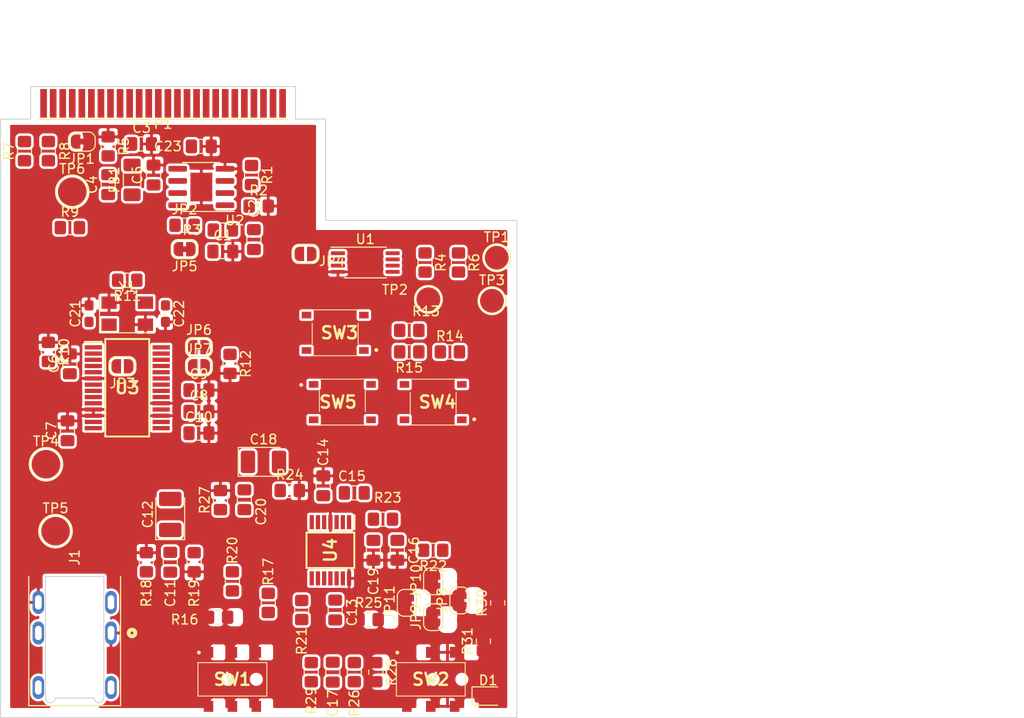
<source format=kicad_pcb>
(kicad_pcb (version 20171130) (host pcbnew "(5.1.7)-1")
  (layers (0 F.Cu signal) (1 In1.Cu signal) (2 In2.Cu signal hide) (31 B.Cu signal) (34 B.Paste user) (35 F.Paste user hide) (36 B.SilkS user) (37 F.SilkS user hide) (38 B.Mask user) (39 F.Mask user hide) (44 Edge.Cuts user))
  (net 0 "")
  (net 1 GNDA)
  (net 2 +3V3)
  (net 3 "Net-(C2-Pad2)")
  (net 4 /3V3_PC)
  (net 5 "Net-(C4-Pad2)")
  (net 6 "Net-(C4-Pad1)")
  (net 7 VDD)
  (net 8 "Net-(C8-Pad1)")
  (net 9 /dac_left)
  (net 10 "Net-(C11-Pad1)")
  (net 11 "Net-(C12-Pad2)")
  (net 12 /HPL)
  (net 13 "Net-(C13-Pad2)")
  (net 14 "Net-(C14-Pad2)")
  (net 15 "Net-(C15-Pad1)")
  (net 16 "Net-(C15-Pad2)")
  (net 17 "Net-(C17-Pad2)")
  (net 18 /HPR)
  (net 19 /dac_right)
  (net 20 "Net-(C18-Pad2)")
  (net 21 "Net-(C20-Pad1)")
  (net 22 "Net-(C21-Pad1)")
  (net 23 "Net-(C22-Pad1)")
  (net 24 "Net-(C23-Pad1)")
  (net 25 "Net-(J1-Pad4)")
  (net 26 "Net-(JP1-Pad2)")
  (net 27 "Net-(JP3-Pad2)")
  (net 28 "Net-(JP4-Pad1)")
  (net 29 "Net-(JP6-Pad2)")
  (net 30 "Net-(JP7-Pad2)")
  (net 31 /dac_sus)
  (net 32 "Net-(JP8-Pad1)")
  (net 33 "Net-(JP9-Pad1)")
  (net 34 "Net-(JP10-Pad1)")
  (net 35 /amp_mute_l)
  (net 36 /amp_mute_r)
  (net 37 "Net-(P1-Pad2)")
  (net 38 "Net-(P1-Pad3)")
  (net 39 "Net-(P1-Pad5)")
  (net 40 "Net-(P1-Pad6)")
  (net 41 "Net-(P1-Pad7)")
  (net 42 "Net-(P1-Pad8)")
  (net 43 "Net-(P1-Pad9)")
  (net 44 "Net-(P1-Pad10)")
  (net 45 "Net-(P1-Pad11)")
  (net 46 "Net-(P1-Pad12)")
  (net 47 "Net-(P1-Pad13)")
  (net 48 "Net-(P1-Pad16)")
  (net 49 "Net-(P1-Pad18)")
  (net 50 "Net-(P1-Pad19)")
  (net 51 "Net-(P1-Pad21)")
  (net 52 "Net-(P1-Pad22)")
  (net 53 "Net-(P1-Pad24)")
  (net 54 "Net-(P1-Pad25)")
  (net 55 "Net-(R1-Pad1)")
  (net 56 /SDA)
  (net 57 /SCL)
  (net 58 /D-)
  (net 59 /D+)
  (net 60 "Net-(R13-Pad2)")
  (net 61 "Net-(R14-Pad2)")
  (net 62 "Net-(R15-Pad2)")
  (net 63 "Net-(R16-Pad2)")
  (net 64 "Net-(R17-Pad2)")
  (net 65 "Net-(R28-Pad2)")
  (net 66 "Net-(R29-Pad2)")
  (net 67 "Net-(SW2-Pad4)")
  (net 68 "Net-(SW2-Pad1)")
  (net 69 "Net-(SW3-Pad2)")
  (net 70 "Net-(SW4-Pad2)")
  (net 71 "Net-(SW5-Pad1)")
  (net 72 /SPDIF)
  (net 73 "Net-(U1-Pad1)")
  (net 74 "Net-(U1-Pad2)")
  (net 75 "Net-(U1-Pad3)")
  (net 76 "Net-(U1-Pad7)")
  (net 77 "Net-(D1-Pad2)")
  (module MYLIB:generic_expresscard (layer F.Cu) (at 59.5 39.5)
    (fp_text reference P1 (at 0 2.15) (layer F.SilkS))
    (fp_text value Express_Card)
    (pad 26 smd rect (at 12.5 0) (size 0.7 3) (layers F.Cu F.Paste F.Mask) (net 1 GNDA))
    (pad 25 smd rect (at 11.5 0) (size 0.7 3) (layers F.Cu F.Paste F.Mask) (net 54 "Net-(P1-Pad25)"))
    (pad 24 smd rect (at 10.5 0) (size 0.7 3) (layers F.Cu F.Paste F.Mask) (net 53 "Net-(P1-Pad24)"))
    (pad 23 smd rect (at 9.5 0) (size 0.7 3) (layers F.Cu F.Paste F.Mask) (net 1 GNDA))
    (pad 22 smd rect (at 8.5 0) (size 0.7 3) (layers F.Cu F.Paste F.Mask) (net 52 "Net-(P1-Pad22)"))
    (pad 21 smd rect (at 7.5 0) (size 0.7 3) (layers F.Cu F.Paste F.Mask) (net 51 "Net-(P1-Pad21)"))
    (pad 20 smd rect (at 6.5 0) (size 0.7 3) (layers F.Cu F.Paste F.Mask) (net 1 GNDA))
    (pad 19 smd rect (at 5.5 0) (size 0.7 3) (layers F.Cu F.Paste F.Mask) (net 50 "Net-(P1-Pad19)"))
    (pad 18 smd rect (at 4.5 0) (size 0.7 3) (layers F.Cu F.Paste F.Mask) (net 49 "Net-(P1-Pad18)"))
    (pad 17 smd rect (at 3.5 0) (size 0.7 3) (layers F.Cu F.Paste F.Mask) (net 1 GNDA))
    (pad 16 smd rect (at 2.5 0) (size 0.7 3) (layers F.Cu F.Paste F.Mask) (net 48 "Net-(P1-Pad16)"))
    (pad 15 smd rect (at 1.5 0) (size 0.7 3) (layers F.Cu F.Paste F.Mask) (net 4 /3V3_PC))
    (pad 14 smd rect (at 0.5 0) (size 0.7 3) (layers F.Cu F.Paste F.Mask) (net 4 /3V3_PC))
    (pad 13 smd rect (at -0.5 0) (size 0.7 3) (layers F.Cu F.Paste F.Mask) (net 47 "Net-(P1-Pad13)"))
    (pad 12 smd rect (at -1.5 0) (size 0.7 3) (layers F.Cu F.Paste F.Mask) (net 46 "Net-(P1-Pad12)"))
    (pad 11 smd rect (at -2.5 0) (size 0.7 3) (layers F.Cu F.Paste F.Mask) (net 45 "Net-(P1-Pad11)"))
    (pad 10 smd rect (at -3.5 0) (size 0.7 3) (layers F.Cu F.Paste F.Mask) (net 44 "Net-(P1-Pad10)"))
    (pad 9 smd rect (at -4.5 0) (size 0.7 3) (layers F.Cu F.Paste F.Mask) (net 43 "Net-(P1-Pad9)"))
    (pad 8 smd rect (at -5.5 0) (size 0.7 3) (layers F.Cu F.Paste F.Mask) (net 42 "Net-(P1-Pad8)"))
    (pad 7 smd rect (at -6.5 0) (size 0.7 3) (layers F.Cu F.Paste F.Mask) (net 41 "Net-(P1-Pad7)"))
    (pad 6 smd rect (at -7.5 0) (size 0.7 3) (layers F.Cu F.Paste F.Mask) (net 40 "Net-(P1-Pad6)"))
    (pad 5 smd rect (at -8.5 0) (size 0.7 3) (layers F.Cu F.Paste F.Mask) (net 39 "Net-(P1-Pad5)"))
    (pad 4 smd rect (at -9.5 0) (size 0.7 3) (layers F.Cu F.Paste F.Mask) (net 26 "Net-(JP1-Pad2)"))
    (pad 3 smd rect (at -10.5 0) (size 0.7 3) (layers F.Cu F.Paste F.Mask) (net 38 "Net-(P1-Pad3)"))
    (pad 2 smd rect (at -11.5 0) (size 0.7 3) (layers F.Cu F.Paste F.Mask) (net 37 "Net-(P1-Pad2)"))
    (pad 1 smd rect (at -12.5 0) (size 0.7 3) (layers F.Cu F.Paste F.Mask) (net 1 GNDA))
  )
  (module Resistor_SMD:R_0805_2012Metric_Pad1.20x1.40mm_HandSolder (layer F.Cu) (at 93 95.75 90)
    (fp_text reference R31 (at 0 -1.65 90) (layer F.SilkS))
    (fp_text value 1k)
    (pad 2 smd roundrect (at 1 0 90) (size 1.2 1.4) (layers F.Cu F.Paste F.Mask) (roundrect_rratio 0.208333) (net 2 +3V3))
    (pad 1 smd roundrect (at -1 0 90) (size 1.2 1.4) (layers F.Cu F.Paste F.Mask) (roundrect_rratio 0.208333) (net 77 "Net-(D1-Pad2)"))
  )
  (module Resistor_SMD:R_0805_2012Metric_Pad1.20x1.40mm_HandSolder (layer F.Cu) (at 94.5 91.75 90)
    (fp_text reference R30 (at 0 -1.65 90) (layer F.SilkS))
    (fp_text value 1k)
    (pad 2 smd roundrect (at 1 0 90) (size 1.2 1.4) (layers F.Cu F.Paste F.Mask) (roundrect_rratio 0.208333) (net 77 "Net-(D1-Pad2)"))
    (pad 1 smd roundrect (at -1 0 90) (size 1.2 1.4) (layers F.Cu F.Paste F.Mask) (roundrect_rratio 0.208333) (net 2 +3V3))
  )
  (module Diode_SMD:D_0805_2012Metric (layer F.Cu) (at 93.5 101.5)
    (fp_text reference D1 (at 0 -1.65) (layer F.SilkS))
    (fp_text value LED)
    (pad 2 smd roundrect (at 0.9375 0) (size 0.975 1.4) (layers F.Cu F.Paste F.Mask) (net 77 "Net-(D1-Pad2)"))
    (pad 1 smd roundrect (at -0.9375 0) (size 0.975 1.4) (layers F.Cu F.Paste F.Mask) (net 1 GNDA))
  )
  (module Package_SO:SOIC-8-1EP_3.9x4.9mm_P1.27mm_EP2.29x3mm (layer F.Cu) (at 63.5 48.25 180)
    (fp_text reference U2 (at -3.5 -3.5) (layer F.SilkS))
    (fp_text value ADP7142ARDZ)
    (pad 9 smd rect (at 0 0 180) (size 2.29 3) (layers F.Cu F.Mask) (net 1 GNDA))
    (pad 8 smd roundrect (at 2.475 -1.905 180) (size 1.95 0.6) (layers F.Cu F.Paste F.Mask) (net 6 "Net-(C4-Pad1)"))
    (pad 7 smd roundrect (at 2.475 -0.635 180) (size 1.95 0.6) (layers F.Cu F.Paste F.Mask) (net 6 "Net-(C4-Pad1)"))
    (pad 6 smd roundrect (at 2.475 0.635 180) (size 1.95 0.6) (layers F.Cu F.Paste F.Mask) (net 24 "Net-(C23-Pad1)"))
    (pad 5 smd roundrect (at 2.475 1.905 180) (size 1.95 0.6) (layers F.Cu F.Paste F.Mask) (net 6 "Net-(C4-Pad1)"))
    (pad 4 smd roundrect (at -2.475 1.905 180) (size 1.95 0.6) (layers F.Cu F.Paste F.Mask) (net 1 GNDA))
    (pad 3 smd roundrect (at -2.475 0.635 180) (size 1.95 0.6) (layers F.Cu F.Paste F.Mask) (net 55 "Net-(R1-Pad1)"))
    (pad 2 smd roundrect (at -2.475 -0.635 180) (size 1.95 0.6) (layers F.Cu F.Paste F.Mask) (net 2 +3V3))
    (pad 1 smd roundrect (at -2.475 -1.905 180) (size 1.95 0.6) (layers F.Cu F.Paste F.Mask) (net 2 +3V3))
  )
  (module Capacitor_SMD:C_0805_2012Metric_Pad1.18x1.45mm_HandSolder (layer F.Cu) (at 65.75 55)
    (fp_text reference C1 (at 0 -1.68) (layer F.SilkS))
    (fp_text value 2u2)
    (pad 2 smd roundrect (at 1.0375 0) (size 1.175 1.45) (layers F.Cu F.Paste F.Mask) (roundrect_rratio 0.212766) (net 1 GNDA))
    (pad 1 smd roundrect (at -1.0375 0) (size 1.175 1.45) (layers F.Cu F.Paste F.Mask) (roundrect_rratio 0.212766) (net 2 +3V3))
  )
  (module Capacitor_SMD:C_0805_2012Metric_Pad1.18x1.45mm_HandSolder (layer F.Cu) (at 69 53.75 270)
    (fp_text reference C2 (at -3.25 0 90) (layer F.SilkS))
    (fp_text value 1u)
    (pad 1 smd roundrect (at -1.0375 0 270) (size 1.175 1.45) (layers F.Cu F.Paste F.Mask) (roundrect_rratio 0.212766) (net 2 +3V3))
    (pad 2 smd roundrect (at 1.0375 0 270) (size 1.175 1.45) (layers F.Cu F.Paste F.Mask) (roundrect_rratio 0.212766) (net 3 "Net-(C2-Pad2)"))
  )
  (module Capacitor_SMD:C_0805_2012Metric_Pad1.18x1.45mm_HandSolder (layer F.Cu) (at 57.25 43.75)
    (fp_text reference C3 (at 0 -1.68) (layer F.SilkS))
    (fp_text value 10u)
    (pad 2 smd roundrect (at 1.0375 0) (size 1.175 1.45) (layers F.Cu F.Paste F.Mask) (roundrect_rratio 0.212766) (net 1 GNDA))
    (pad 1 smd roundrect (at -1.0375 0) (size 1.175 1.45) (layers F.Cu F.Paste F.Mask) (roundrect_rratio 0.212766) (net 4 /3V3_PC))
  )
  (module Capacitor_SMD:C_0805_2012Metric_Pad1.18x1.45mm_HandSolder (layer F.Cu) (at 53.75 48 90)
    (fp_text reference C4 (at 0 -1.68 90) (layer F.SilkS))
    (fp_text value 1u)
    (pad 2 smd roundrect (at 1.0375 0 90) (size 1.175 1.45) (layers F.Cu F.Paste F.Mask) (roundrect_rratio 0.212766) (net 5 "Net-(C4-Pad2)"))
    (pad 1 smd roundrect (at -1.0375 0 90) (size 1.175 1.45) (layers F.Cu F.Paste F.Mask) (roundrect_rratio 0.212766) (net 6 "Net-(C4-Pad1)"))
  )
  (module Capacitor_SMD:C_0805_2012Metric_Pad1.18x1.45mm_HandSolder (layer F.Cu) (at 58.5 47 90)
    (fp_text reference C5 (at 0 -1.68 90) (layer F.SilkS))
    (fp_text value 100n)
    (pad 1 smd roundrect (at -1.0375 0 90) (size 1.175 1.45) (layers F.Cu F.Paste F.Mask) (roundrect_rratio 0.212766) (net 6 "Net-(C4-Pad1)"))
    (pad 2 smd roundrect (at 1.0375 0 90) (size 1.175 1.45) (layers F.Cu F.Paste F.Mask) (roundrect_rratio 0.212766) (net 1 GNDA))
  )
  (module Capacitor_SMD:C_0805_2012Metric_Pad1.18x1.45mm_HandSolder (layer F.Cu) (at 49.75 66.75 90)
    (fp_text reference C6 (at 0 -1.68 90) (layer F.SilkS))
    (fp_text value 1u)
    (pad 1 smd roundrect (at -1.0375 0 90) (size 1.175 1.45) (layers F.Cu F.Paste F.Mask) (roundrect_rratio 0.212766) (net 7 VDD))
    (pad 2 smd roundrect (at 1.0375 0 90) (size 1.175 1.45) (layers F.Cu F.Paste F.Mask) (roundrect_rratio 0.212766) (net 1 GNDA))
  )
  (module Capacitor_SMD:C_0805_2012Metric_Pad1.18x1.45mm_HandSolder (layer F.Cu) (at 49.5 73.75 90)
    (fp_text reference C7 (at 0 -1.68 90) (layer F.SilkS))
    (fp_text value 1u)
    (pad 2 smd roundrect (at 1.0375 0 90) (size 1.175 1.45) (layers F.Cu F.Paste F.Mask) (roundrect_rratio 0.212766) (net 1 GNDA))
    (pad 1 smd roundrect (at -1.0375 0 90) (size 1.175 1.45) (layers F.Cu F.Paste F.Mask) (roundrect_rratio 0.212766) (net 7 VDD))
  )
  (module Capacitor_SMD:C_0805_2012Metric_Pad1.18x1.45mm_HandSolder (layer F.Cu) (at 63.25 71.75)
    (fp_text reference C8 (at 0 -1.68) (layer F.SilkS))
    (fp_text value 10u)
    (pad 1 smd roundrect (at -1.0375 0) (size 1.175 1.45) (layers F.Cu F.Paste F.Mask) (roundrect_rratio 0.212766) (net 8 "Net-(C8-Pad1)"))
    (pad 2 smd roundrect (at 1.0375 0) (size 1.175 1.45) (layers F.Cu F.Paste F.Mask) (roundrect_rratio 0.212766) (net 1 GNDA))
  )
  (module Capacitor_SMD:C_0805_2012Metric_Pad1.18x1.45mm_HandSolder (layer F.Cu) (at 63.25 69.5)
    (fp_text reference C9 (at 0 -1.68) (layer F.SilkS))
    (fp_text value 1u)
    (pad 1 smd roundrect (at -1.0375 0) (size 1.175 1.45) (layers F.Cu F.Paste F.Mask) (roundrect_rratio 0.212766) (net 7 VDD))
    (pad 2 smd roundrect (at 1.0375 0) (size 1.175 1.45) (layers F.Cu F.Paste F.Mask) (roundrect_rratio 0.212766) (net 1 GNDA))
  )
  (module Capacitor_SMD:C_0805_2012Metric_Pad1.18x1.45mm_HandSolder (layer F.Cu) (at 63.25 74)
    (fp_text reference C10 (at 0 -1.68) (layer F.SilkS))
    (fp_text value 1u)
    (pad 2 smd roundrect (at 1.0375 0) (size 1.175 1.45) (layers F.Cu F.Paste F.Mask) (roundrect_rratio 0.212766) (net 1 GNDA))
    (pad 1 smd roundrect (at -1.0375 0) (size 1.175 1.45) (layers F.Cu F.Paste F.Mask) (roundrect_rratio 0.212766) (net 7 VDD))
  )
  (module Capacitor_SMD:C_0805_2012Metric_Pad1.18x1.45mm_HandSolder (layer F.Cu) (at 60.25 87.5 90)
    (fp_text reference C11 (at -3.25 0 90) (layer F.SilkS))
    (fp_text value 22n)
    (pad 2 smd roundrect (at 1.0375 0 90) (size 1.175 1.45) (layers F.Cu F.Paste F.Mask) (roundrect_rratio 0.212766) (net 9 /dac_left))
    (pad 1 smd roundrect (at -1.0375 0 90) (size 1.175 1.45) (layers F.Cu F.Paste F.Mask) (roundrect_rratio 0.212766) (net 10 "Net-(C11-Pad1)"))
  )
  (module Capacitor_Tantalum_SMD:CP_EIA-3528-21_Kemet-B_Pad1.50x2.35mm_HandSolder (layer F.Cu) (at 60.25 82.5 90)
    (fp_text reference C12 (at 0 -2.35 90) (layer F.SilkS))
    (fp_text value 10u)
    (pad 2 smd roundrect (at 1.625 0 90) (size 1.5 2.35) (layers F.Cu F.Paste F.Mask) (roundrect_rratio 0.166667) (net 11 "Net-(C12-Pad2)"))
    (pad 1 smd roundrect (at -1.625 0 90) (size 1.5 2.35) (layers F.Cu F.Paste F.Mask) (roundrect_rratio 0.166667) (net 9 /dac_left))
  )
  (module Capacitor_SMD:C_0805_2012Metric_Pad1.18x1.45mm_HandSolder (layer F.Cu) (at 77.5 92.5 270)
    (fp_text reference C13 (at 0.25 -1.75 90) (layer F.SilkS))
    (fp_text value 220p)
    (pad 2 smd roundrect (at 1.0375 0 270) (size 1.175 1.45) (layers F.Cu F.Paste F.Mask) (roundrect_rratio 0.212766) (net 13 "Net-(C13-Pad2)"))
    (pad 1 smd roundrect (at -1.0375 0 270) (size 1.175 1.45) (layers F.Cu F.Paste F.Mask) (roundrect_rratio 0.212766) (net 12 /HPL))
  )
  (module Capacitor_SMD:C_0805_2012Metric_Pad1.18x1.45mm_HandSolder (layer F.Cu) (at 76.25 79.5 270)
    (fp_text reference C14 (at -3.5 0 90) (layer F.SilkS))
    (fp_text value 2.2u)
    (pad 2 smd roundrect (at 1.0375 0 270) (size 1.175 1.45) (layers F.Cu F.Paste F.Mask) (roundrect_rratio 0.212766) (net 14 "Net-(C14-Pad2)"))
    (pad 1 smd roundrect (at -1.0375 0 270) (size 1.175 1.45) (layers F.Cu F.Paste F.Mask) (roundrect_rratio 0.212766) (net 1 GNDA))
  )
  (module Capacitor_SMD:C_0805_2012Metric_Pad1.18x1.45mm_HandSolder (layer F.Cu) (at 79.5 80.25 180)
    (fp_text reference C15 (at 0.25 1.75) (layer F.SilkS))
    (fp_text value 2.2u)
    (pad 1 smd roundrect (at -1.0375 0 180) (size 1.175 1.45) (layers F.Cu F.Paste F.Mask) (roundrect_rratio 0.212766) (net 15 "Net-(C15-Pad1)"))
    (pad 2 smd roundrect (at 1.0375 0 180) (size 1.175 1.45) (layers F.Cu F.Paste F.Mask) (roundrect_rratio 0.212766) (net 16 "Net-(C15-Pad2)"))
  )
  (module Capacitor_SMD:C_0805_2012Metric_Pad1.18x1.45mm_HandSolder (layer F.Cu) (at 84 86.25 90)
    (fp_text reference C16 (at 0 1.75 90) (layer F.SilkS))
    (fp_text value 4.7u)
    (pad 1 smd roundrect (at -1.0375 0 90) (size 1.175 1.45) (layers F.Cu F.Paste F.Mask) (roundrect_rratio 0.212766) (net 1 GNDA))
    (pad 2 smd roundrect (at 1.0375 0 90) (size 1.175 1.45) (layers F.Cu F.Paste F.Mask) (roundrect_rratio 0.212766) (net 2 +3V3))
  )
  (module Capacitor_SMD:C_0805_2012Metric_Pad1.18x1.45mm_HandSolder (layer F.Cu) (at 77.25 99 270)
    (fp_text reference C17 (at 3.25 0 90) (layer F.SilkS))
    (fp_text value 220p)
    (pad 2 smd roundrect (at 1.0375 0 270) (size 1.175 1.45) (layers F.Cu F.Paste F.Mask) (roundrect_rratio 0.212766) (net 17 "Net-(C17-Pad2)"))
    (pad 1 smd roundrect (at -1.0375 0 270) (size 1.175 1.45) (layers F.Cu F.Paste F.Mask) (roundrect_rratio 0.212766) (net 18 /HPR))
  )
  (module Capacitor_Tantalum_SMD:CP_EIA-3528-21_Kemet-B_Pad1.50x2.35mm_HandSolder (layer F.Cu) (at 70 77)
    (fp_text reference C18 (at 0 -2.35) (layer F.SilkS))
    (fp_text value 10u)
    (pad 1 smd roundrect (at -1.625 0) (size 1.5 2.35) (layers F.Cu F.Paste F.Mask) (roundrect_rratio 0.166667) (net 19 /dac_right))
    (pad 2 smd roundrect (at 1.625 0) (size 1.5 2.35) (layers F.Cu F.Paste F.Mask) (roundrect_rratio 0.166667) (net 20 "Net-(C18-Pad2)"))
  )
  (module Capacitor_SMD:C_0805_2012Metric_Pad1.18x1.45mm_HandSolder (layer F.Cu) (at 81.5 86.25 90)
    (fp_text reference C19 (at -3.25 0 90) (layer F.SilkS))
    (fp_text value 100n)
    (pad 1 smd roundrect (at -1.0375 0 90) (size 1.175 1.45) (layers F.Cu F.Paste F.Mask) (roundrect_rratio 0.212766) (net 1 GNDA))
    (pad 2 smd roundrect (at 1.0375 0 90) (size 1.175 1.45) (layers F.Cu F.Paste F.Mask) (roundrect_rratio 0.212766) (net 2 +3V3))
  )
  (module Capacitor_SMD:C_0805_2012Metric_Pad1.18x1.45mm_HandSolder (layer F.Cu) (at 68 80.9625 90)
    (fp_text reference C20 (at -1.25 1.75 90) (layer F.SilkS))
    (fp_text value 22n)
    (pad 1 smd roundrect (at -1.0375 0 90) (size 1.175 1.45) (layers F.Cu F.Paste F.Mask) (roundrect_rratio 0.212766) (net 21 "Net-(C20-Pad1)"))
    (pad 2 smd roundrect (at 1.0375 0 90) (size 1.175 1.45) (layers F.Cu F.Paste F.Mask) (roundrect_rratio 0.212766) (net 19 /dac_right))
  )
  (module Capacitor_SMD:C_0603_1608Metric_Pad1.08x0.95mm_HandSolder (layer F.Cu) (at 51.75 61.5 90)
    (fp_text reference C21 (at 0 -1.43 90) (layer F.SilkS))
    (fp_text value 18p)
    (pad 1 smd roundrect (at -0.8625 0 90) (size 1.075 0.95) (layers F.Cu F.Paste F.Mask) (net 22 "Net-(C21-Pad1)"))
    (pad 2 smd roundrect (at 0.8625 0 90) (size 1.075 0.95) (layers F.Cu F.Paste F.Mask) (net 1 GNDA))
  )
  (module Capacitor_SMD:C_0603_1608Metric_Pad1.08x0.95mm_HandSolder (layer F.Cu) (at 59.75 61.5 270)
    (fp_text reference C22 (at 0 -1.43 90) (layer F.SilkS))
    (fp_text value 18p)
    (pad 2 smd roundrect (at 0.8625 0 270) (size 1.075 0.95) (layers F.Cu F.Paste F.Mask) (net 1 GNDA))
    (pad 1 smd roundrect (at -0.8625 0 270) (size 1.075 0.95) (layers F.Cu F.Paste F.Mask) (net 23 "Net-(C22-Pad1)"))
  )
  (module Capacitor_SMD:C_0805_2012Metric_Pad1.18x1.45mm_HandSolder (layer F.Cu) (at 63.5 44)
    (fp_text reference C23 (at -3.5 0) (layer F.SilkS))
    (fp_text value N/C)
    (pad 2 smd roundrect (at 1.0375 0) (size 1.175 1.45) (layers F.Cu F.Paste F.Mask) (roundrect_rratio 0.212766) (net 1 GNDA))
    (pad 1 smd roundrect (at -1.0375 0) (size 1.175 1.45) (layers F.Cu F.Paste F.Mask) (roundrect_rratio 0.212766) (net 24 "Net-(C23-Pad1)"))
  )
  (module Capacitor_SMD:C_1206_3216Metric_Pad1.33x1.80mm_HandSolder (layer F.Cu) (at 56.25 47.5 90)
    (fp_text reference FB1 (at 0 -1.85 90) (layer F.SilkS))
    (fp_text value Ferrite_Bead_Small)
    (pad 1 smd roundrect (at -1.5625 0 90) (size 1.325 1.8) (layers F.Cu F.Paste F.Mask) (roundrect_rratio 0.188679) (net 6 "Net-(C4-Pad1)"))
    (pad 2 smd roundrect (at 1.5625 0 90) (size 1.325 1.8) (layers F.Cu F.Paste F.Mask) (roundrect_rratio 0.188679) (net 4 /3V3_PC))
  )
  (module MYLIB:CUI_SJ2-35355A-SMT-TR (layer F.Cu) (at 50.25 89 270)
    (fp_text reference J1 (at -2 0 90) (layer F.SilkS) (effects (font (size 1.001339 1.001339))))
    (fp_text value SJ2-35355A-SMT-TR)
    (fp_line (start 0 3.05) (end 0 -3.05) (layer Edge.Cuts) (width 0.1))
    (fp_line (start 12.7 3.05) (end 0 3.05) (layer Edge.Cuts) (width 0.1))
    (fp_line (start 12.7 -2.05) (end 12.7 2.05) (layer Edge.Cuts) (width 0.1))
    (fp_line (start 0 -3.05) (end 12.7 -3.05) (layer Edge.Cuts) (width 0.1))
    (fp_arc (start 12.7 2.55) (end 12.7 3.05) (angle -180) (layer Edge.Cuts) (width 0.1))
    (fp_arc (start 12.7 -2.55) (end 12.7 -2.05) (angle -180) (layer Edge.Cuts) (width 0.1))
    (pad 2 thru_hole oval (at 11.6 -3.8 270) (size 2.4 1.2) (drill oval 1.5 0.7) (layers *.Cu *.Mask) (net 12 /HPL))
    (pad 6 thru_hole oval (at 2.7 3.8 270) (size 2.4 1.2) (drill oval 1.5 0.7) (layers *.Cu *.Mask) (net 1 GNDA))
    (pad 5 thru_hole oval (at 11.6 3.8 270) (size 2.4 1.2) (drill oval 1.5 0.7) (layers *.Cu *.Mask) (net 12 /HPL))
    (pad 3 thru_hole oval (at 5.9 3.8 270) (size 2.4 1.2) (drill oval 1.5 0.7) (layers *.Cu *.Mask) (net 18 /HPR))
    (pad 1 thru_hole oval (at 5.9 -3.8 270) (size 2.4 1.2) (drill oval 1.5 0.7) (layers *.Cu *.Mask) (net 1 GNDA))
    (pad 4 thru_hole oval (at 2.7 -3.8 270) (size 2.4 1.2) (drill oval 1.5 0.7) (layers *.Cu *.Mask) (net 25 "Net-(J1-Pad4)"))
  )
  (module Jumper:SolderJumper-2_P1.3mm_Bridged_RoundedPad1.0x1.5mm (layer F.Cu) (at 51 43.5 180)
    (fp_text reference JP1 (at 0 -1.8) (layer F.SilkS))
    (fp_text value SolderJumper_2_Bridged)
    (fp_poly (pts (xy 0.25 -0.3) (xy -0.25 -0.3) (xy -0.25 0.3) (xy 0.25 0.3)) (layer F.Cu) (width 0))
    (pad 2 smd custom (at 0.65 0 180) (size 1 0.5) (layers F.Cu F.Mask) (net 26 "Net-(JP1-Pad2)") (options (clearance outline) (anchor rect)) (primitives (gr_circle (center 0 0.25) (end 0.5 0.25) (width 0)) (gr_circle (center 0 -0.25) (end 0.5 -0.25) (width 0)) (gr_poly (pts (xy 0 -0.75) (xy -0.5 -0.75) (xy -0.5 0.75) (xy 0 0.75)) (width 0))))
    (pad 1 smd custom (at -0.65 0 180) (size 1 0.5) (layers F.Cu F.Mask) (net 1 GNDA) (options (clearance outline) (anchor rect)) (primitives (gr_circle (center 0 0.25) (end 0.5 0.25) (width 0)) (gr_circle (center 0 -0.25) (end 0.5 -0.25) (width 0)) (gr_poly (pts (xy 0 -0.75) (xy 0.5 -0.75) (xy 0.5 0.75) (xy 0 0.75)) (width 0))))
  )
  (module Resistor_SMD:R_0805_2012Metric_Pad1.20x1.40mm_HandSolder (layer F.Cu) (at 61.75 52.25)
    (fp_text reference JP2 (at 0 -1.65) (layer F.SilkS))
    (fp_text value 0R)
    (pad 1 smd roundrect (at -1 0) (size 1.2 1.4) (layers F.Cu F.Paste F.Mask) (roundrect_rratio 0.208333) (net 6 "Net-(C4-Pad1)"))
    (pad 2 smd roundrect (at 1 0) (size 1.2 1.4) (layers F.Cu F.Paste F.Mask) (roundrect_rratio 0.208333) (net 2 +3V3))
  )
  (module Jumper:SolderJumper-2_P1.3mm_Open_RoundedPad1.0x1.5mm (layer F.Cu) (at 55.25 67 180)
    (fp_text reference JP3 (at 0 -1.8) (layer F.SilkS))
    (fp_text value SolderJumper_2_Open)
    (pad 1 smd custom (at -0.65 0 180) (size 1 0.5) (layers F.Cu F.Mask) (net 2 +3V3) (options (clearance outline) (anchor rect)) (primitives (gr_circle (center 0 0.25) (end 0.5 0.25) (width 0)) (gr_circle (center 0 -0.25) (end 0.5 -0.25) (width 0)) (gr_poly (pts (xy 0 -0.75) (xy 0.5 -0.75) (xy 0.5 0.75) (xy 0 0.75)) (width 0))))
    (pad 2 smd custom (at 0.65 0 180) (size 1 0.5) (layers F.Cu F.Mask) (net 27 "Net-(JP3-Pad2)") (options (clearance outline) (anchor rect)) (primitives (gr_circle (center 0 0.25) (end 0.5 0.25) (width 0)) (gr_circle (center 0 -0.25) (end 0.5 -0.25) (width 0)) (gr_poly (pts (xy 0 -0.75) (xy -0.5 -0.75) (xy -0.5 0.75) (xy 0 0.75)) (width 0))))
  )
  (module Jumper:SolderJumper-2_P1.3mm_Open_RoundedPad1.0x1.5mm (layer F.Cu) (at 74.4 55.25 180)
    (fp_text reference JP4 (at -2.75 -0.75) (layer F.SilkS))
    (fp_text value SolderJumper_2_Open)
    (pad 2 smd custom (at 0.65 0 180) (size 1 0.5) (layers F.Cu F.Mask) (net 7 VDD) (options (clearance outline) (anchor rect)) (primitives (gr_circle (center 0 0.25) (end 0.5 0.25) (width 0)) (gr_circle (center 0 -0.25) (end 0.5 -0.25) (width 0)) (gr_poly (pts (xy 0 -0.75) (xy -0.5 -0.75) (xy -0.5 0.75) (xy 0 0.75)) (width 0))))
    (pad 1 smd custom (at -0.65 0 180) (size 1 0.5) (layers F.Cu F.Mask) (net 28 "Net-(JP4-Pad1)") (options (clearance outline) (anchor rect)) (primitives (gr_circle (center 0 0.25) (end 0.5 0.25) (width 0)) (gr_circle (center 0 -0.25) (end 0.5 -0.25) (width 0)) (gr_poly (pts (xy 0 -0.75) (xy 0.5 -0.75) (xy 0.5 0.75) (xy 0 0.75)) (width 0))))
  )
  (module Jumper:SolderJumper-2_P1.3mm_Bridged_RoundedPad1.0x1.5mm (layer F.Cu) (at 61.75 54.75 180)
    (fp_text reference JP5 (at 0 -1.8) (layer F.SilkS))
    (fp_text value SolderJumper_2_Bridged)
    (fp_poly (pts (xy 0.25 -0.3) (xy -0.25 -0.3) (xy -0.25 0.3) (xy 0.25 0.3)) (layer F.Cu) (width 0))
    (pad 1 smd custom (at -0.65 0 180) (size 1 0.5) (layers F.Cu F.Mask) (net 2 +3V3) (options (clearance outline) (anchor rect)) (primitives (gr_circle (center 0 0.25) (end 0.5 0.25) (width 0)) (gr_circle (center 0 -0.25) (end 0.5 -0.25) (width 0)) (gr_poly (pts (xy 0 -0.75) (xy 0.5 -0.75) (xy 0.5 0.75) (xy 0 0.75)) (width 0))))
    (pad 2 smd custom (at 0.65 0 180) (size 1 0.5) (layers F.Cu F.Mask) (net 7 VDD) (options (clearance outline) (anchor rect)) (primitives (gr_circle (center 0 0.25) (end 0.5 0.25) (width 0)) (gr_circle (center 0 -0.25) (end 0.5 -0.25) (width 0)) (gr_poly (pts (xy 0 -0.75) (xy -0.5 -0.75) (xy -0.5 0.75) (xy 0 0.75)) (width 0))))
  )
  (module Jumper:SolderJumper-2_P1.3mm_Bridged_RoundedPad1.0x1.5mm (layer F.Cu) (at 63.25 65)
    (fp_text reference JP6 (at 0 -1.8) (layer F.SilkS))
    (fp_text value SolderJumper_2_Bridged)
    (fp_poly (pts (xy 0.25 -0.3) (xy -0.25 -0.3) (xy -0.25 0.3) (xy 0.25 0.3)) (layer F.Cu) (width 0))
    (pad 2 smd custom (at 0.65 0) (size 1 0.5) (layers F.Cu F.Mask) (net 29 "Net-(JP6-Pad2)") (options (clearance outline) (anchor rect)) (primitives (gr_circle (center 0 0.25) (end 0.5 0.25) (width 0)) (gr_circle (center 0 -0.25) (end 0.5 -0.25) (width 0)) (gr_poly (pts (xy 0 -0.75) (xy -0.5 -0.75) (xy -0.5 0.75) (xy 0 0.75)) (width 0))))
    (pad 1 smd custom (at -0.65 0) (size 1 0.5) (layers F.Cu F.Mask) (net 2 +3V3) (options (clearance outline) (anchor rect)) (primitives (gr_circle (center 0 0.25) (end 0.5 0.25) (width 0)) (gr_circle (center 0 -0.25) (end 0.5 -0.25) (width 0)) (gr_poly (pts (xy 0 -0.75) (xy 0.5 -0.75) (xy 0.5 0.75) (xy 0 0.75)) (width 0))))
  )
  (module Jumper:SolderJumper-2_P1.3mm_Open_RoundedPad1.0x1.5mm (layer F.Cu) (at 63.25 67)
    (fp_text reference JP7 (at 0 -1.8) (layer F.SilkS))
    (fp_text value SolderJumper_2_Open)
    (pad 1 smd custom (at -0.65 0) (size 1 0.5) (layers F.Cu F.Mask) (net 29 "Net-(JP6-Pad2)") (options (clearance outline) (anchor rect)) (primitives (gr_circle (center 0 0.25) (end 0.5 0.25) (width 0)) (gr_circle (center 0 -0.25) (end 0.5 -0.25) (width 0)) (gr_poly (pts (xy 0 -0.75) (xy 0.5 -0.75) (xy 0.5 0.75) (xy 0 0.75)) (width 0))))
    (pad 2 smd custom (at 0.65 0) (size 1 0.5) (layers F.Cu F.Mask) (net 30 "Net-(JP7-Pad2)") (options (clearance outline) (anchor rect)) (primitives (gr_circle (center 0 0.25) (end 0.5 0.25) (width 0)) (gr_circle (center 0 -0.25) (end 0.5 -0.25) (width 0)) (gr_poly (pts (xy 0 -0.75) (xy -0.5 -0.75) (xy -0.5 0.75) (xy 0 0.75)) (width 0))))
  )
  (module Jumper:SolderJumper-2_P1.3mm_Open_RoundedPad1.0x1.5mm (layer F.Cu) (at 90.5 91.5 90)
    (fp_text reference JP8 (at 0 -1.8 90) (layer F.SilkS))
    (fp_text value SolderJumper_2_Open)
    (pad 2 smd custom (at 0.65 0 90) (size 1 0.5) (layers F.Cu F.Mask) (net 31 /dac_sus) (options (clearance outline) (anchor rect)) (primitives (gr_circle (center 0 0.25) (end 0.5 0.25) (width 0)) (gr_circle (center 0 -0.25) (end 0.5 -0.25) (width 0)) (gr_poly (pts (xy 0 -0.75) (xy -0.5 -0.75) (xy -0.5 0.75) (xy 0 0.75)) (width 0))))
    (pad 1 smd custom (at -0.65 0 90) (size 1 0.5) (layers F.Cu F.Mask) (net 32 "Net-(JP8-Pad1)") (options (clearance outline) (anchor rect)) (primitives (gr_circle (center 0 0.25) (end 0.5 0.25) (width 0)) (gr_circle (center 0 -0.25) (end 0.5 -0.25) (width 0)) (gr_poly (pts (xy 0 -0.75) (xy 0.5 -0.75) (xy 0.5 0.75) (xy 0 0.75)) (width 0))))
  )
  (module Jumper:SolderJumper-2_P1.3mm_Open_RoundedPad1.0x1.5mm (layer F.Cu) (at 87.75 93.25 90)
    (fp_text reference JP9 (at 0 -1.8 90) (layer F.SilkS))
    (fp_text value SolderJumper_2_Open)
    (pad 1 smd custom (at -0.65 0 90) (size 1 0.5) (layers F.Cu F.Mask) (net 33 "Net-(JP9-Pad1)") (options (clearance outline) (anchor rect)) (primitives (gr_circle (center 0 0.25) (end 0.5 0.25) (width 0)) (gr_circle (center 0 -0.25) (end 0.5 -0.25) (width 0)) (gr_poly (pts (xy 0 -0.75) (xy 0.5 -0.75) (xy 0.5 0.75) (xy 0 0.75)) (width 0))))
    (pad 2 smd custom (at 0.65 0 90) (size 1 0.5) (layers F.Cu F.Mask) (net 34 "Net-(JP10-Pad1)") (options (clearance outline) (anchor rect)) (primitives (gr_circle (center 0 0.25) (end 0.5 0.25) (width 0)) (gr_circle (center 0 -0.25) (end 0.5 -0.25) (width 0)) (gr_poly (pts (xy 0 -0.75) (xy -0.5 -0.75) (xy -0.5 0.75) (xy 0 0.75)) (width 0))))
  )
  (module Jumper:SolderJumper-2_P1.3mm_Open_RoundedPad1.0x1.5mm (layer F.Cu) (at 87.75 89.5 90)
    (fp_text reference JP10 (at 0 -1.8 90) (layer F.SilkS))
    (fp_text value SolderJumper_2_Open)
    (pad 2 smd custom (at 0.65 0 90) (size 1 0.5) (layers F.Cu F.Mask) (net 35 /amp_mute_l) (options (clearance outline) (anchor rect)) (primitives (gr_circle (center 0 0.25) (end 0.5 0.25) (width 0)) (gr_circle (center 0 -0.25) (end 0.5 -0.25) (width 0)) (gr_poly (pts (xy 0 -0.75) (xy -0.5 -0.75) (xy -0.5 0.75) (xy 0 0.75)) (width 0))))
    (pad 1 smd custom (at -0.65 0 90) (size 1 0.5) (layers F.Cu F.Mask) (net 34 "Net-(JP10-Pad1)") (options (clearance outline) (anchor rect)) (primitives (gr_circle (center 0 0.25) (end 0.5 0.25) (width 0)) (gr_circle (center 0 -0.25) (end 0.5 -0.25) (width 0)) (gr_poly (pts (xy 0 -0.75) (xy 0.5 -0.75) (xy 0.5 0.75) (xy 0 0.75)) (width 0))))
  )
  (module Jumper:SolderJumper-2_P1.3mm_Open_RoundedPad1.0x1.5mm (layer F.Cu) (at 85 91.75 90)
    (fp_text reference JP11 (at 0 -1.8 90) (layer F.SilkS))
    (fp_text value SolderJumper_2_Open)
    (pad 1 smd custom (at -0.65 0 90) (size 1 0.5) (layers F.Cu F.Mask) (net 34 "Net-(JP10-Pad1)") (options (clearance outline) (anchor rect)) (primitives (gr_circle (center 0 0.25) (end 0.5 0.25) (width 0)) (gr_circle (center 0 -0.25) (end 0.5 -0.25) (width 0)) (gr_poly (pts (xy 0 -0.75) (xy 0.5 -0.75) (xy 0.5 0.75) (xy 0 0.75)) (width 0))))
    (pad 2 smd custom (at 0.65 0 90) (size 1 0.5) (layers F.Cu F.Mask) (net 36 /amp_mute_r) (options (clearance outline) (anchor rect)) (primitives (gr_circle (center 0 0.25) (end 0.5 0.25) (width 0)) (gr_circle (center 0 -0.25) (end 0.5 -0.25) (width 0)) (gr_poly (pts (xy 0 -0.75) (xy -0.5 -0.75) (xy -0.5 0.75) (xy 0 0.75)) (width 0))))
  )
  (module Resistor_SMD:R_0805_2012Metric_Pad1.20x1.40mm_HandSolder (layer F.Cu) (at 68.75 47 270)
    (fp_text reference R1 (at 0 -1.65 90) (layer F.SilkS))
    (fp_text value 24,3k)
    (pad 1 smd roundrect (at -1 0 270) (size 1.2 1.4) (layers F.Cu F.Paste F.Mask) (roundrect_rratio 0.208333) (net 55 "Net-(R1-Pad1)"))
    (pad 2 smd roundrect (at 1 0 270) (size 1.2 1.4) (layers F.Cu F.Paste F.Mask) (roundrect_rratio 0.208333) (net 2 +3V3))
  )
  (module Resistor_SMD:R_0805_2012Metric_Pad1.20x1.40mm_HandSolder (layer F.Cu) (at 69.5 50.25)
    (fp_text reference R2 (at 0 -1.65) (layer F.SilkS))
    (fp_text value 15k)
    (pad 2 smd roundrect (at 1 0) (size 1.2 1.4) (layers F.Cu F.Paste F.Mask) (roundrect_rratio 0.208333) (net 1 GNDA))
    (pad 1 smd roundrect (at -1 0) (size 1.2 1.4) (layers F.Cu F.Paste F.Mask) (roundrect_rratio 0.208333) (net 2 +3V3))
  )
  (module Resistor_SMD:R_0805_2012Metric_Pad1.20x1.40mm_HandSolder (layer F.Cu) (at 65.75 52.75)
    (fp_text reference R3 (at -3.25 0) (layer F.SilkS))
    (fp_text value 1k)
    (pad 1 smd roundrect (at -1 0) (size 1.2 1.4) (layers F.Cu F.Paste F.Mask) (roundrect_rratio 0.208333) (net 2 +3V3))
    (pad 2 smd roundrect (at 1 0) (size 1.2 1.4) (layers F.Cu F.Paste F.Mask) (roundrect_rratio 0.208333) (net 3 "Net-(C2-Pad2)"))
  )
  (module Resistor_SMD:R_0805_2012Metric_Pad1.20x1.40mm_HandSolder (layer F.Cu) (at 86.9 56.15 270)
    (fp_text reference R4 (at 0 -1.65 90) (layer F.SilkS))
    (fp_text value 20k)
    (pad 1 smd roundrect (at -1 0 270) (size 1.2 1.4) (layers F.Cu F.Paste F.Mask) (roundrect_rratio 0.208333) (net 28 "Net-(JP4-Pad1)"))
    (pad 2 smd roundrect (at 1 0 270) (size 1.2 1.4) (layers F.Cu F.Paste F.Mask) (roundrect_rratio 0.208333) (net 56 /SDA))
  )
  (module Resistor_SMD:R_0805_2012Metric_Pad1.20x1.40mm_HandSolder (layer F.Cu) (at 53.75 44 270)
    (fp_text reference R5 (at 0 -1.65 90) (layer F.SilkS))
    (fp_text value 2R)
    (pad 1 smd roundrect (at -1 0 270) (size 1.2 1.4) (layers F.Cu F.Paste F.Mask) (roundrect_rratio 0.208333) (net 1 GNDA))
    (pad 2 smd roundrect (at 1 0 270) (size 1.2 1.4) (layers F.Cu F.Paste F.Mask) (roundrect_rratio 0.208333) (net 5 "Net-(C4-Pad2)"))
  )
  (module Resistor_SMD:R_0805_2012Metric_Pad1.20x1.40mm_HandSolder (layer F.Cu) (at 90.4 56.15 270)
    (fp_text reference R6 (at 0 -1.65 90) (layer F.SilkS))
    (fp_text value 20k)
    (pad 1 smd roundrect (at -1 0 270) (size 1.2 1.4) (layers F.Cu F.Paste F.Mask) (roundrect_rratio 0.208333) (net 28 "Net-(JP4-Pad1)"))
    (pad 2 smd roundrect (at 1 0 270) (size 1.2 1.4) (layers F.Cu F.Paste F.Mask) (roundrect_rratio 0.208333) (net 57 /SCL))
  )
  (module Resistor_SMD:R_0805_2012Metric_Pad1.20x1.40mm_HandSolder (layer F.Cu) (at 45 44.5 90)
    (fp_text reference R7 (at 0 -1.65 90) (layer F.SilkS))
    (fp_text value 22R)
    (pad 1 smd roundrect (at -1 0 90) (size 1.2 1.4) (layers F.Cu F.Paste F.Mask) (roundrect_rratio 0.208333) (net 58 /D-))
    (pad 2 smd roundrect (at 1 0 90) (size 1.2 1.4) (layers F.Cu F.Paste F.Mask) (roundrect_rratio 0.208333) (net 37 "Net-(P1-Pad2)"))
  )
  (module Resistor_SMD:R_0805_2012Metric_Pad1.20x1.40mm_HandSolder (layer F.Cu) (at 47.5 44.5 90)
    (fp_text reference R8 (at 0 1.75 90) (layer F.SilkS))
    (fp_text value 22R)
    (pad 2 smd roundrect (at 1 0 90) (size 1.2 1.4) (layers F.Cu F.Paste F.Mask) (roundrect_rratio 0.208333) (net 38 "Net-(P1-Pad3)"))
    (pad 1 smd roundrect (at -1 0 90) (size 1.2 1.4) (layers F.Cu F.Paste F.Mask) (roundrect_rratio 0.208333) (net 59 /D+))
  )
  (module Resistor_SMD:R_0805_2012Metric_Pad1.20x1.40mm_HandSolder (layer F.Cu) (at 49.75 52.5)
    (fp_text reference R9 (at 0 -1.65) (layer F.SilkS))
    (fp_text value 1k5)
    (pad 1 smd roundrect (at -1 0) (size 1.2 1.4) (layers F.Cu F.Paste F.Mask) (roundrect_rratio 0.208333) (net 59 /D+))
    (pad 2 smd roundrect (at 1 0) (size 1.2 1.4) (layers F.Cu F.Paste F.Mask) (roundrect_rratio 0.208333) (net 7 VDD))
  )
  (module Resistor_SMD:R_0805_2012Metric_Pad1.20x1.40mm_HandSolder (layer F.Cu) (at 47.5 65.5 270)
    (fp_text reference R10 (at 0 -1.65 90) (layer F.SilkS))
    (fp_text value 100k)
    (pad 1 smd roundrect (at -1 0 270) (size 1.2 1.4) (layers F.Cu F.Paste F.Mask) (roundrect_rratio 0.208333) (net 1 GNDA))
    (pad 2 smd roundrect (at 1 0 270) (size 1.2 1.4) (layers F.Cu F.Paste F.Mask) (roundrect_rratio 0.208333) (net 27 "Net-(JP3-Pad2)"))
  )
  (module Resistor_SMD:R_0805_2012Metric_Pad1.20x1.40mm_HandSolder (layer F.Cu) (at 55.75 58 180)
    (fp_text reference R11 (at 0 -1.65) (layer F.SilkS))
    (fp_text value 1M)
    (pad 1 smd roundrect (at -1 0 180) (size 1.2 1.4) (layers F.Cu F.Paste F.Mask) (roundrect_rratio 0.208333) (net 23 "Net-(C22-Pad1)"))
    (pad 2 smd roundrect (at 1 0 180) (size 1.2 1.4) (layers F.Cu F.Paste F.Mask) (roundrect_rratio 0.208333) (net 22 "Net-(C21-Pad1)"))
  )
  (module Resistor_SMD:R_0805_2012Metric_Pad1.20x1.40mm_HandSolder (layer F.Cu) (at 66.5 66.75 270)
    (fp_text reference R12 (at 0 -1.65 90) (layer F.SilkS))
    (fp_text value 100k)
    (pad 2 smd roundrect (at 1 0 270) (size 1.2 1.4) (layers F.Cu F.Paste F.Mask) (roundrect_rratio 0.208333) (net 1 GNDA))
    (pad 1 smd roundrect (at -1 0 270) (size 1.2 1.4) (layers F.Cu F.Paste F.Mask) (roundrect_rratio 0.208333) (net 30 "Net-(JP7-Pad2)"))
  )
  (module Resistor_SMD:R_0805_2012Metric_Pad1.20x1.40mm_HandSolder (layer F.Cu) (at 85.25 63.25 180)
    (fp_text reference R13 (at -1.75 2) (layer F.SilkS))
    (fp_text value 100k)
    (pad 2 smd roundrect (at 1 0 180) (size 1.2 1.4) (layers F.Cu F.Paste F.Mask) (roundrect_rratio 0.208333) (net 60 "Net-(R13-Pad2)"))
    (pad 1 smd roundrect (at -1 0 180) (size 1.2 1.4) (layers F.Cu F.Paste F.Mask) (roundrect_rratio 0.208333) (net 31 /dac_sus))
  )
  (module Resistor_SMD:R_0805_2012Metric_Pad1.20x1.40mm_HandSolder (layer F.Cu) (at 89.5 65.5)
    (fp_text reference R14 (at 0 -1.65) (layer F.SilkS))
    (fp_text value 100k)
    (pad 2 smd roundrect (at 1 0) (size 1.2 1.4) (layers F.Cu F.Paste F.Mask) (roundrect_rratio 0.208333) (net 61 "Net-(R14-Pad2)"))
    (pad 1 smd roundrect (at -1 0) (size 1.2 1.4) (layers F.Cu F.Paste F.Mask) (roundrect_rratio 0.208333) (net 31 /dac_sus))
  )
  (module Resistor_SMD:R_0805_2012Metric_Pad1.20x1.40mm_HandSolder (layer F.Cu) (at 85.25 65.5 180)
    (fp_text reference R15 (at 0 -1.65) (layer F.SilkS))
    (fp_text value 100k)
    (pad 2 smd roundrect (at 1 0 180) (size 1.2 1.4) (layers F.Cu F.Paste F.Mask) (roundrect_rratio 0.208333) (net 62 "Net-(R15-Pad2)"))
    (pad 1 smd roundrect (at -1 0 180) (size 1.2 1.4) (layers F.Cu F.Paste F.Mask) (roundrect_rratio 0.208333) (net 31 /dac_sus))
  )
  (module Resistor_SMD:R_0805_2012Metric_Pad1.20x1.40mm_HandSolder (layer F.Cu) (at 65.25 93.25 180)
    (fp_text reference R16 (at 3.5 -0.25) (layer F.SilkS))
    (fp_text value 6k8)
    (pad 2 smd roundrect (at 1 0 180) (size 1.2 1.4) (layers F.Cu F.Paste F.Mask) (roundrect_rratio 0.208333) (net 63 "Net-(R16-Pad2)"))
    (pad 1 smd roundrect (at -1 0 180) (size 1.2 1.4) (layers F.Cu F.Paste F.Mask) (roundrect_rratio 0.208333) (net 12 /HPL))
  )
  (module Resistor_SMD:R_0805_2012Metric_Pad1.20x1.40mm_HandSolder (layer F.Cu) (at 70.5 91.75 270)
    (fp_text reference R17 (at -3.25 0 90) (layer F.SilkS))
    (fp_text value N/C)
    (pad 1 smd roundrect (at -1 0 270) (size 1.2 1.4) (layers F.Cu F.Paste F.Mask) (roundrect_rratio 0.208333) (net 11 "Net-(C12-Pad2)"))
    (pad 2 smd roundrect (at 1 0 270) (size 1.2 1.4) (layers F.Cu F.Paste F.Mask) (roundrect_rratio 0.208333) (net 64 "Net-(R17-Pad2)"))
  )
  (module Resistor_SMD:R_0805_2012Metric_Pad1.20x1.40mm_HandSolder (layer F.Cu) (at 57.75 87.5 90)
    (fp_text reference R18 (at -3.25 0 90) (layer F.SilkS))
    (fp_text value 22R)
    (pad 2 smd roundrect (at 1 0 90) (size 1.2 1.4) (layers F.Cu F.Paste F.Mask) (roundrect_rratio 0.208333) (net 1 GNDA))
    (pad 1 smd roundrect (at -1 0 90) (size 1.2 1.4) (layers F.Cu F.Paste F.Mask) (roundrect_rratio 0.208333) (net 10 "Net-(C11-Pad1)"))
  )
  (module Resistor_SMD:R_0805_2012Metric_Pad1.20x1.40mm_HandSolder (layer F.Cu) (at 62.75 87.5 270)
    (fp_text reference R19 (at 3.25 0 90) (layer F.SilkS))
    (fp_text value N/C)
    (pad 2 smd roundrect (at 1 0 270) (size 1.2 1.4) (layers F.Cu F.Paste F.Mask) (roundrect_rratio 0.208333) (net 1 GNDA))
    (pad 1 smd roundrect (at -1 0 270) (size 1.2 1.4) (layers F.Cu F.Paste F.Mask) (roundrect_rratio 0.208333) (net 11 "Net-(C12-Pad2)"))
  )
  (module Resistor_SMD:R_0805_2012Metric_Pad1.20x1.40mm_HandSolder (layer F.Cu) (at 66.75 89.5 270)
    (fp_text reference R20 (at -3.25 0 90) (layer F.SilkS))
    (fp_text value 10k)
    (pad 2 smd roundrect (at 1 0 270) (size 1.2 1.4) (layers F.Cu F.Paste F.Mask) (roundrect_rratio 0.208333) (net 13 "Net-(C13-Pad2)"))
    (pad 1 smd roundrect (at -1 0 270) (size 1.2 1.4) (layers F.Cu F.Paste F.Mask) (roundrect_rratio 0.208333) (net 11 "Net-(C12-Pad2)"))
  )
  (module Resistor_SMD:R_0805_2012Metric_Pad1.20x1.40mm_HandSolder (layer F.Cu) (at 74 92.5 90)
    (fp_text reference R21 (at -3.25 0 90) (layer F.SilkS))
    (fp_text value 20k)
    (pad 2 smd roundrect (at 1 0 90) (size 1.2 1.4) (layers F.Cu F.Paste F.Mask) (roundrect_rratio 0.208333) (net 12 /HPL))
    (pad 1 smd roundrect (at -1 0 90) (size 1.2 1.4) (layers F.Cu F.Paste F.Mask) (roundrect_rratio 0.208333) (net 13 "Net-(C13-Pad2)"))
  )
  (module Resistor_SMD:R_0805_2012Metric_Pad1.20x1.40mm_HandSolder (layer F.Cu) (at 87.75 86.25 180)
    (fp_text reference R22 (at 0 -1.65) (layer F.SilkS))
    (fp_text value 100k)
    (pad 2 smd roundrect (at 1 0 180) (size 1.2 1.4) (layers F.Cu F.Paste F.Mask) (roundrect_rratio 0.208333) (net 2 +3V3))
    (pad 1 smd roundrect (at -1 0 180) (size 1.2 1.4) (layers F.Cu F.Paste F.Mask) (roundrect_rratio 0.208333) (net 35 /amp_mute_l))
  )
  (module Resistor_SMD:R_0805_2012Metric_Pad1.20x1.40mm_HandSolder (layer F.Cu) (at 82.5 83 180)
    (fp_text reference R23 (at -0.5 2.25) (layer F.SilkS))
    (fp_text value 100k)
    (pad 2 smd roundrect (at 1 0 180) (size 1.2 1.4) (layers F.Cu F.Paste F.Mask) (roundrect_rratio 0.208333) (net 36 /amp_mute_r))
    (pad 1 smd roundrect (at -1 0 180) (size 1.2 1.4) (layers F.Cu F.Paste F.Mask) (roundrect_rratio 0.208333) (net 2 +3V3))
  )
  (module Resistor_SMD:R_0805_2012Metric_Pad1.20x1.40mm_HandSolder (layer F.Cu) (at 72.75 80)
    (fp_text reference R24 (at 0 -1.65) (layer F.SilkS))
    (fp_text value N/C)
    (pad 1 smd roundrect (at -1 0) (size 1.2 1.4) (layers F.Cu F.Paste F.Mask) (roundrect_rratio 0.208333) (net 20 "Net-(C18-Pad2)"))
    (pad 2 smd roundrect (at 1 0) (size 1.2 1.4) (layers F.Cu F.Paste F.Mask) (roundrect_rratio 0.208333) (net 1 GNDA))
  )
  (module Resistor_SMD:R_0805_2012Metric_Pad1.20x1.40mm_HandSolder (layer F.Cu) (at 81 93.5 180)
    (fp_text reference R25 (at 0 1.75) (layer F.SilkS))
    (fp_text value 10k)
    (pad 2 smd roundrect (at 1 0 180) (size 1.2 1.4) (layers F.Cu F.Paste F.Mask) (roundrect_rratio 0.208333) (net 17 "Net-(C17-Pad2)"))
    (pad 1 smd roundrect (at -1 0 180) (size 1.2 1.4) (layers F.Cu F.Paste F.Mask) (roundrect_rratio 0.208333) (net 20 "Net-(C18-Pad2)"))
  )
  (module Resistor_SMD:R_0805_2012Metric_Pad1.20x1.40mm_HandSolder (layer F.Cu) (at 79.5 99 90)
    (fp_text reference R26 (at -3.25 0 90) (layer F.SilkS))
    (fp_text value 20k)
    (pad 2 smd roundrect (at 1 0 90) (size 1.2 1.4) (layers F.Cu F.Paste F.Mask) (roundrect_rratio 0.208333) (net 18 /HPR))
    (pad 1 smd roundrect (at -1 0 90) (size 1.2 1.4) (layers F.Cu F.Paste F.Mask) (roundrect_rratio 0.208333) (net 17 "Net-(C17-Pad2)"))
  )
  (module Resistor_SMD:R_0805_2012Metric_Pad1.20x1.40mm_HandSolder (layer F.Cu) (at 65.5 81 90)
    (fp_text reference R27 (at 0 -1.65 90) (layer F.SilkS))
    (fp_text value 22R)
    (pad 1 smd roundrect (at -1 0 90) (size 1.2 1.4) (layers F.Cu F.Paste F.Mask) (roundrect_rratio 0.208333) (net 21 "Net-(C20-Pad1)"))
    (pad 2 smd roundrect (at 1 0 90) (size 1.2 1.4) (layers F.Cu F.Paste F.Mask) (roundrect_rratio 0.208333) (net 1 GNDA))
  )
  (module Resistor_SMD:R_0805_2012Metric_Pad1.20x1.40mm_HandSolder (layer F.Cu) (at 81.75 99 270)
    (fp_text reference R28 (at 0 -1.65 90) (layer F.SilkS))
    (fp_text value N/C)
    (pad 2 smd roundrect (at 1 0 270) (size 1.2 1.4) (layers F.Cu F.Paste F.Mask) (roundrect_rratio 0.208333) (net 65 "Net-(R28-Pad2)"))
    (pad 1 smd roundrect (at -1 0 270) (size 1.2 1.4) (layers F.Cu F.Paste F.Mask) (roundrect_rratio 0.208333) (net 20 "Net-(C18-Pad2)"))
  )
  (module Resistor_SMD:R_0805_2012Metric_Pad1.20x1.40mm_HandSolder (layer F.Cu) (at 75 99 270)
    (fp_text reference R29 (at 3 0 90) (layer F.SilkS))
    (fp_text value 6k8)
    (pad 1 smd roundrect (at -1 0 270) (size 1.2 1.4) (layers F.Cu F.Paste F.Mask) (roundrect_rratio 0.208333) (net 18 /HPR))
    (pad 2 smd roundrect (at 1 0 270) (size 1.2 1.4) (layers F.Cu F.Paste F.Mask) (roundrect_rratio 0.208333) (net 66 "Net-(R29-Pad2)"))
  )
  (module SamacSys_Parts:AYZ0202AGRLC (layer F.Cu) (at 66.75 99.75)
    (fp_text reference SW1 (at 0 0) (layer F.SilkS) (effects (font (size 1.27 1.27) (thickness 0.254))))
    (fp_text value SW_DPDT_x2 hide)
    (pad 1 smd rect (at -2.5 -2.825) (size 1 1.15) (layers F.Cu F.Paste F.Mask) (net 63 "Net-(R16-Pad2)"))
    (pad 2 smd rect (at 0 -2.825) (size 1 1.15) (layers F.Cu F.Paste F.Mask) (net 13 "Net-(C13-Pad2)"))
    (pad 3 smd rect (at 2.5 -2.825) (size 1 1.15) (layers F.Cu F.Paste F.Mask) (net 64 "Net-(R17-Pad2)"))
    (pad 4 smd rect (at -2.5 2.825) (size 1 1.15) (layers F.Cu F.Paste F.Mask) (net 66 "Net-(R29-Pad2)"))
    (pad 5 smd rect (at 0 2.825) (size 1 1.15) (layers F.Cu F.Paste F.Mask) (net 17 "Net-(C17-Pad2)"))
    (pad 6 smd rect (at 2.5 2.825) (size 1 1.15) (layers F.Cu F.Paste F.Mask) (net 65 "Net-(R28-Pad2)"))
    (pad MH1 np_thru_hole circle (at -1.5 0) (size 0.85 0) (drill 0.85) (layers *.Cu *.Mask))
    (pad MH2 np_thru_hole circle (at 1.5 0) (size 0.85 0) (drill 0.85) (layers *.Cu *.Mask))
  )
  (module SamacSys_Parts:AYZ0202AGRLC (layer F.Cu) (at 87.5 99.75)
    (fp_text reference SW2 (at 0 0) (layer F.SilkS) (effects (font (size 1.27 1.27) (thickness 0.254))))
    (fp_text value SW_DPDT_x2 hide)
    (pad MH2 np_thru_hole circle (at 1.5 0) (size 0.85 0) (drill 0.85) (layers *.Cu *.Mask))
    (pad MH1 np_thru_hole circle (at -1.5 0) (size 0.85 0) (drill 0.85) (layers *.Cu *.Mask))
    (pad 6 smd rect (at 2.5 2.825) (size 1 1.15) (layers F.Cu F.Paste F.Mask) (net 33 "Net-(JP9-Pad1)"))
    (pad 5 smd rect (at 0 2.825) (size 1 1.15) (layers F.Cu F.Paste F.Mask) (net 1 GNDA))
    (pad 4 smd rect (at -2.5 2.825) (size 1 1.15) (layers F.Cu F.Paste F.Mask) (net 67 "Net-(SW2-Pad4)"))
    (pad 3 smd rect (at 2.5 -2.825) (size 1 1.15) (layers F.Cu F.Paste F.Mask) (net 32 "Net-(JP8-Pad1)"))
    (pad 2 smd rect (at 0 -2.825) (size 1 1.15) (layers F.Cu F.Paste F.Mask) (net 1 GNDA))
    (pad 1 smd rect (at -2.5 -2.825) (size 1 1.15) (layers F.Cu F.Paste F.Mask) (net 68 "Net-(SW2-Pad1)"))
  )
  (module SamacSys_Parts:PTS526SM08SMTR2LFS (layer F.Cu) (at 77.5 63.5 180)
    (fp_text reference SW3 (at -0.45 0) (layer F.SilkS) (effects (font (size 1.27 1.27) (thickness 0.254))))
    (fp_text value SW_DPDT_x2 hide)
    (pad 4 smd rect (at 3 1.85 270) (size 0.7 1) (layers F.Cu F.Paste F.Mask))
    (pad 3 smd rect (at -3 1.85 270) (size 0.7 1) (layers F.Cu F.Paste F.Mask))
    (pad 2 smd rect (at 3 -1.85 270) (size 0.7 1) (layers F.Cu F.Paste F.Mask) (net 69 "Net-(SW3-Pad2)"))
    (pad 1 smd rect (at -3 -1.85 270) (size 0.7 1) (layers F.Cu F.Paste F.Mask) (net 60 "Net-(R13-Pad2)"))
  )
  (module SamacSys_Parts:PTS526SM08SMTR2LFS (layer F.Cu) (at 87.75 70.75 180)
    (fp_text reference SW4 (at -0.45 0) (layer F.SilkS) (effects (font (size 1.27 1.27) (thickness 0.254))))
    (fp_text value SW_DPDT_x2 hide)
    (pad 1 smd rect (at -3 -1.85 270) (size 0.7 1) (layers F.Cu F.Paste F.Mask) (net 61 "Net-(R14-Pad2)"))
    (pad 2 smd rect (at 3 -1.85 270) (size 0.7 1) (layers F.Cu F.Paste F.Mask) (net 70 "Net-(SW4-Pad2)"))
    (pad 3 smd rect (at -3 1.85 270) (size 0.7 1) (layers F.Cu F.Paste F.Mask))
    (pad 4 smd rect (at 3 1.85 270) (size 0.7 1) (layers F.Cu F.Paste F.Mask))
  )
  (module SamacSys_Parts:PTS526SM08SMTR2LFS (layer F.Cu) (at 78.25 70.75)
    (fp_text reference SW5 (at -0.45 0) (layer F.SilkS) (effects (font (size 1.27 1.27) (thickness 0.254))))
    (fp_text value SW_DPDT_x2 hide)
    (pad 1 smd rect (at -3 -1.85 90) (size 0.7 1) (layers F.Cu F.Paste F.Mask) (net 71 "Net-(SW5-Pad1)"))
    (pad 2 smd rect (at 3 -1.85 90) (size 0.7 1) (layers F.Cu F.Paste F.Mask) (net 62 "Net-(R15-Pad2)"))
    (pad 3 smd rect (at -3 1.85 90) (size 0.7 1) (layers F.Cu F.Paste F.Mask))
    (pad 4 smd rect (at 3 1.85 90) (size 0.7 1) (layers F.Cu F.Paste F.Mask))
  )
  (module TestPoint:TestPoint_Pad_D2.5mm (layer F.Cu) (at 94.4 55.65)
    (fp_text reference TP1 (at 0 -2.148) (layer F.SilkS))
    (fp_text value 3V3_prog)
    (pad 1 smd circle (at 0 0) (size 2.5 2.5) (layers F.Cu F.Mask) (net 28 "Net-(JP4-Pad1)"))
  )
  (module TestPoint:TestPoint_Pad_D2.5mm (layer F.Cu) (at 87.25 60)
    (fp_text reference TP2 (at -3.5 -1) (layer F.SilkS))
    (fp_text value SDA_prog)
    (pad 1 smd circle (at 0 0) (size 2.5 2.5) (layers F.Cu F.Mask) (net 56 /SDA))
  )
  (module TestPoint:TestPoint_Pad_D2.5mm (layer F.Cu) (at 93.9 60.15)
    (fp_text reference TP3 (at 0 -2.148) (layer F.SilkS))
    (fp_text value SCL_prog)
    (pad 1 smd circle (at 0 0) (size 2.5 2.5) (layers F.Cu F.Mask) (net 57 /SCL))
  )
  (module TestPoint:TestPoint_Pad_D3.0mm (layer F.Cu) (at 47.25 77.25)
    (fp_text reference TP4 (at 0 -2.398) (layer F.SilkS))
    (fp_text value SPDIF)
    (pad 1 smd circle (at 0 0) (size 3 3) (layers F.Cu F.Mask) (net 72 /SPDIF))
  )
  (module TestPoint:TestPoint_Pad_D3.0mm (layer F.Cu) (at 48.25 84.25)
    (fp_text reference TP5 (at 0 -2.398) (layer F.SilkS))
    (fp_text value mic)
    (pad 1 smd circle (at 0 0) (size 3 3) (layers F.Cu F.Mask) (net 25 "Net-(J1-Pad4)"))
  )
  (module TestPoint:TestPoint_Pad_D3.0mm (layer F.Cu) (at 50 48.75)
    (fp_text reference TP6 (at 0 -2.398) (layer F.SilkS))
    (fp_text value 3V3AUX)
    (pad 1 smd circle (at 0 0) (size 3 3) (layers F.Cu F.Mask) (net 46 "Net-(P1-Pad12)"))
  )
  (module Package_SO:TSSOP-8_4.4x3mm_P0.65mm (layer F.Cu) (at 80.65 56.15)
    (fp_text reference U1 (at 0 -2.45) (layer F.SilkS))
    (fp_text value 24CW320T-I_ST)
    (pad 1 smd roundrect (at -2.8625 -0.975) (size 1.475 0.4) (layers F.Cu F.Paste F.Mask) (net 73 "Net-(U1-Pad1)"))
    (pad 2 smd roundrect (at -2.8625 -0.325) (size 1.475 0.4) (layers F.Cu F.Paste F.Mask) (net 74 "Net-(U1-Pad2)"))
    (pad 3 smd roundrect (at -2.8625 0.325) (size 1.475 0.4) (layers F.Cu F.Paste F.Mask) (net 75 "Net-(U1-Pad3)"))
    (pad 4 smd roundrect (at -2.8625 0.975) (size 1.475 0.4) (layers F.Cu F.Paste F.Mask) (net 1 GNDA))
    (pad 5 smd roundrect (at 2.8625 0.975) (size 1.475 0.4) (layers F.Cu F.Paste F.Mask) (net 56 /SDA))
    (pad 6 smd roundrect (at 2.8625 0.325) (size 1.475 0.4) (layers F.Cu F.Paste F.Mask) (net 57 /SCL))
    (pad 7 smd roundrect (at 2.8625 -0.325) (size 1.475 0.4) (layers F.Cu F.Paste F.Mask) (net 76 "Net-(U1-Pad7)"))
    (pad 8 smd roundrect (at 2.8625 -0.975) (size 1.475 0.4) (layers F.Cu F.Paste F.Mask) (net 28 "Net-(JP4-Pad1)"))
  )
  (module SamacSys_Parts:SOP65P780X200-28N (layer F.Cu) (at 55.75 69.25)
    (fp_text reference U3 (at 0 0) (layer F.SilkS) (effects (font (size 1.27 1.27) (thickness 0.254))))
    (fp_text value PCM2704CDBR hide)
    (pad 1 smd rect (at -3.55 -4.225 90) (size 0.45 1.8) (layers F.Cu F.Paste F.Mask) (net 22 "Net-(C21-Pad1)"))
    (pad 2 smd rect (at -3.55 -3.575 90) (size 0.45 1.8) (layers F.Cu F.Paste F.Mask) (net 57 /SCL))
    (pad 3 smd rect (at -3.55 -2.925 90) (size 0.45 1.8) (layers F.Cu F.Paste F.Mask) (net 56 /SDA))
    (pad 4 smd rect (at -3.55 -2.275 90) (size 0.45 1.8) (layers F.Cu F.Paste F.Mask) (net 27 "Net-(JP3-Pad2)"))
    (pad 5 smd rect (at -3.55 -1.625 90) (size 0.45 1.8) (layers F.Cu F.Paste F.Mask) (net 72 /SPDIF))
    (pad 6 smd rect (at -3.55 -0.975 90) (size 0.45 1.8) (layers F.Cu F.Paste F.Mask) (net 1 GNDA))
    (pad 7 smd rect (at -3.55 -0.325 90) (size 0.45 1.8) (layers F.Cu F.Paste F.Mask) (net 7 VDD))
    (pad 8 smd rect (at -3.55 0.325 90) (size 0.45 1.8) (layers F.Cu F.Paste F.Mask) (net 58 /D-))
    (pad 9 smd rect (at -3.55 0.975 90) (size 0.45 1.8) (layers F.Cu F.Paste F.Mask) (net 59 /D+))
    (pad 10 smd rect (at -3.55 1.625 90) (size 0.45 1.8) (layers F.Cu F.Paste F.Mask) (net 2 +3V3))
    (pad 11 smd rect (at -3.55 2.275 90) (size 0.45 1.8) (layers F.Cu F.Paste F.Mask) (net 1 GNDA))
    (pad 12 smd rect (at -3.55 2.925 90) (size 0.45 1.8) (layers F.Cu F.Paste F.Mask) (net 1 GNDA))
    (pad 13 smd rect (at -3.55 3.575 90) (size 0.45 1.8) (layers F.Cu F.Paste F.Mask) (net 7 VDD))
    (pad 14 smd rect (at -3.55 4.225 90) (size 0.45 1.8) (layers F.Cu F.Paste F.Mask) (net 9 /dac_left))
    (pad 15 smd rect (at 3.55 4.225 90) (size 0.45 1.8) (layers F.Cu F.Paste F.Mask) (net 19 /dac_right))
    (pad 16 smd rect (at 3.55 3.575 90) (size 0.45 1.8) (layers F.Cu F.Paste F.Mask) (net 7 VDD))
    (pad 17 smd rect (at 3.55 2.925 90) (size 0.45 1.8) (layers F.Cu F.Paste F.Mask) (net 1 GNDA))
    (pad 18 smd rect (at 3.55 2.275 90) (size 0.45 1.8) (layers F.Cu F.Paste F.Mask) (net 8 "Net-(C8-Pad1)"))
    (pad 19 smd rect (at 3.55 1.625 90) (size 0.45 1.8) (layers F.Cu F.Paste F.Mask) (net 1 GNDA))
    (pad 20 smd rect (at 3.55 0.975 90) (size 0.45 1.8) (layers F.Cu F.Paste F.Mask) (net 7 VDD))
    (pad 21 smd rect (at 3.55 0.325 90) (size 0.45 1.8) (layers F.Cu F.Paste F.Mask) (net 29 "Net-(JP6-Pad2)"))
    (pad 22 smd rect (at 3.55 -0.325 90) (size 0.45 1.8) (layers F.Cu F.Paste F.Mask) (net 71 "Net-(SW5-Pad1)"))
    (pad 23 smd rect (at 3.55 -0.975 90) (size 0.45 1.8) (layers F.Cu F.Paste F.Mask) (net 70 "Net-(SW4-Pad2)"))
    (pad 24 smd rect (at 3.55 -1.625 90) (size 0.45 1.8) (layers F.Cu F.Paste F.Mask) (net 69 "Net-(SW3-Pad2)"))
    (pad 25 smd rect (at 3.55 -2.275 90) (size 0.45 1.8) (layers F.Cu F.Paste F.Mask) (net 2 +3V3))
    (pad 26 smd rect (at 3.55 -2.925 90) (size 0.45 1.8) (layers F.Cu F.Paste F.Mask) (net 2 +3V3))
    (pad 27 smd rect (at 3.55 -3.575 90) (size 0.45 1.8) (layers F.Cu F.Paste F.Mask) (net 31 /dac_sus))
    (pad 28 smd rect (at 3.55 -4.225 90) (size 0.45 1.8) (layers F.Cu F.Paste F.Mask) (net 23 "Net-(C22-Pad1)"))
  )
  (module SamacSys_Parts:SOP65P640X120-14N (layer F.Cu) (at 77 86.25 270)
    (fp_text reference U4 (at 0 0 90) (layer F.SilkS) (effects (font (size 1.27 1.27) (thickness 0.254))))
    (fp_text value LM4917 hide)
    (pad 1 smd rect (at -2.938 -1.95) (size 0.45 1.475) (layers F.Cu F.Paste F.Mask) (net 36 /amp_mute_r))
    (pad 2 smd rect (at -2.938 -1.3) (size 0.45 1.475) (layers F.Cu F.Paste F.Mask) (net 2 +3V3))
    (pad 3 smd rect (at -2.938 -0.65) (size 0.45 1.475) (layers F.Cu F.Paste F.Mask) (net 15 "Net-(C15-Pad1)"))
    (pad 4 smd rect (at -2.938 0) (size 0.45 1.475) (layers F.Cu F.Paste F.Mask) (net 1 GNDA))
    (pad 5 smd rect (at -2.938 0.65) (size 0.45 1.475) (layers F.Cu F.Paste F.Mask) (net 16 "Net-(C15-Pad2)"))
    (pad 6 smd rect (at -2.938 1.3) (size 0.45 1.475) (layers F.Cu F.Paste F.Mask) (net 14 "Net-(C14-Pad2)"))
    (pad 7 smd rect (at -2.938 1.95) (size 0.45 1.475) (layers F.Cu F.Paste F.Mask) (net 14 "Net-(C14-Pad2)"))
    (pad 8 smd rect (at 2.938 1.95) (size 0.45 1.475) (layers F.Cu F.Paste F.Mask) (net 12 /HPL))
    (pad 9 smd rect (at 2.938 1.3) (size 0.45 1.475) (layers F.Cu F.Paste F.Mask) (net 2 +3V3))
    (pad 10 smd rect (at 2.938 0.65) (size 0.45 1.475) (layers F.Cu F.Paste F.Mask) (net 13 "Net-(C13-Pad2)"))
    (pad 11 smd rect (at 2.938 0) (size 0.45 1.475) (layers F.Cu F.Paste F.Mask) (net 18 /HPR))
    (pad 12 smd rect (at 2.938 -0.65) (size 0.45 1.475) (layers F.Cu F.Paste F.Mask) (net 35 /amp_mute_l))
    (pad 13 smd rect (at 2.938 -1.3) (size 0.45 1.475) (layers F.Cu F.Paste F.Mask) (net 17 "Net-(C17-Pad2)"))
    (pad 14 smd rect (at 2.938 -1.95) (size 0.45 1.475) (layers F.Cu F.Paste F.Mask) (net 1 GNDA))
  )
  (module Crystal:Crystal_SMD_Abracon_ABM3C-4Pin_5.0x3.2mm (layer F.Cu) (at 55.75 61.5)
    (fp_text reference Y1 (at 0 -2.8) (layer F.SilkS))
    (fp_text value Crystal_GND24)
    (pad 1 smd rect (at -1.9 1.15) (size 1.6 1.3) (layers F.Cu F.Paste F.Mask) (net 22 "Net-(C21-Pad1)"))
    (pad 2 smd rect (at 1.9 1.15) (size 1.6 1.3) (layers F.Cu F.Paste F.Mask) (net 1 GNDA))
    (pad 3 smd rect (at 1.9 -1.15) (size 1.6 1.3) (layers F.Cu F.Paste F.Mask) (net 23 "Net-(C22-Pad1)"))
    (pad 4 smd rect (at -1.9 -1.15) (size 1.6 1.3) (layers F.Cu F.Paste F.Mask) (net 1 GNDA))
  )
  (gr_line (start 76.5 51.75) (end 76.5 41.15) (layer Edge.Cuts) (width 0.1))
  (gr_line (start 96.5 51.75) (end 76.5 51.75) (layer Edge.Cuts) (width 0.1))
  (gr_line (start 96.5 103.75) (end 96.5 51.75) (layer Edge.Cuts) (width 0.1))
  (gr_line (start 76.5 103.75) (end 96.5 103.75) (layer Edge.Cuts) (width 0.1))
  (gr_line (start 68.95 103.75) (end 42.5 103.75) (layer Edge.Cuts) (width 0.1))
  (gr_line (start 44.3 41.15) (end 45.65 41.15) (layer Edge.Cuts) (width 0.1))
  (gr_line (start 45.65 41.15) (end 45.65 37.75) (layer Edge.Cuts) (width 0.1))
  (gr_line (start 42.5 41.15) (end 44.3 41.15) (layer Edge.Cuts) (width 0.1))
  (gr_line (start 72.4741 37.7472) (end 73.3497 37.747199) (layer Edge.Cuts) (width 0.1))
  (gr_line (start 76.5 41.15) (end 73.35 41.15) (layer Edge.Cuts) (width 0.1))
  (gr_line (start 73.35 41.15) (end 73.3497 37.747199) (layer Edge.Cuts) (width 0.1))
  (gr_line (start 45.65 37.7472) (end 72.4741 37.7472) (layer Edge.Cuts) (width 0.1))
  (gr_line (start 42.5 41.15) (end 42.5 103.75) (layer Edge.Cuts) (width 0.1))
  (gr_line (start 68.95 103.75) (end 76.5 103.75) (layer Edge.Cuts) (width 0.1))
  (zone (net 1) (net_name GNDA) (layer F.Cu) (connect_pads (clearance 0.254)) (min_thickness 0.254) (fill yes (arc_segments 32) (thermal_gap 0.3) (thermal_bridge_width 0.3))
    (polygon (pts (xy 75.5 41.75) (xy 75.5 52.75) (xy 95.5 52.75) (xy 95.5 102.75) (xy 43.5 102.75) (xy 43.5 41.75)))
  )
)
</source>
